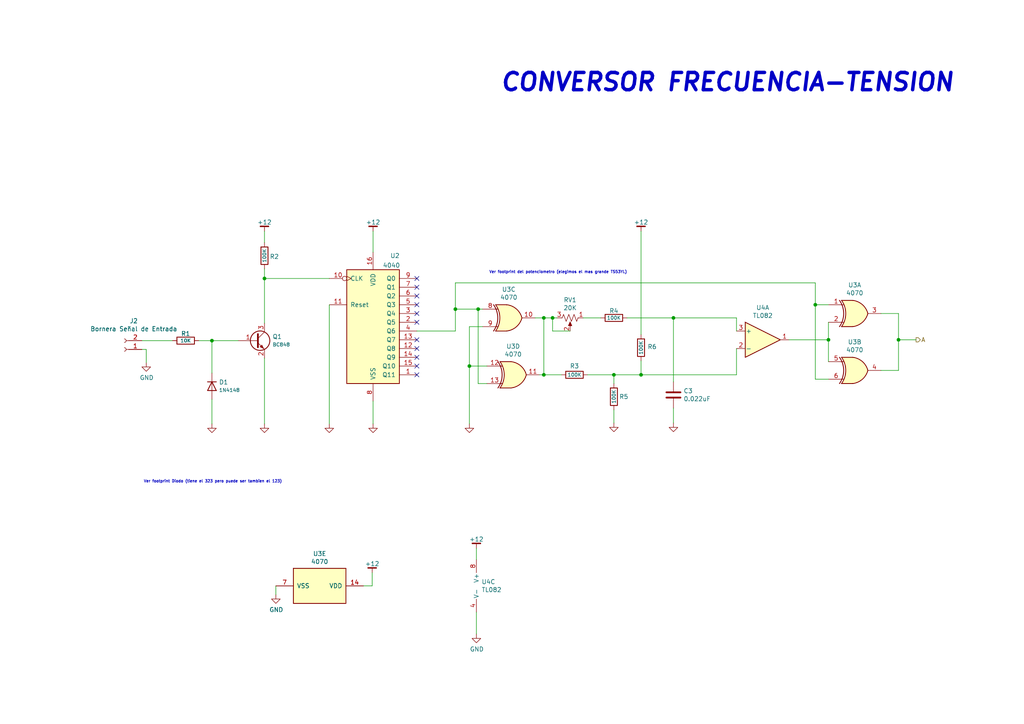
<source format=kicad_sch>
(kicad_sch (version 20210621) (generator eeschema)
  (paper "A4")
  (lib_symbols
    (symbol "4xxx:4040" (pin_names (offset 1.016))
      (property "Reference" "U" (at -7.62 16.51 0))
      (property "Value" "4xxx_4040" (at -7.62 -19.05 0))
      (symbol "4040_1_0"
        (pin output line (at 12.7 -15.24 180) (length 5.08) (name "Q11") (number "1"))
        (pin input inverted_clock (at -12.7 12.7 0) (length 5.08) (name "CLK") (number "10"))
        (pin input line (at -12.7 5.08 0) (length 5.08) (name "Reset") (number "11"))
        (pin output line (at 12.7 -7.62 180) (length 5.08) (name "Q8") (number "12"))
        (pin output line (at 12.7 -5.08 180) (length 5.08) (name "Q7") (number "13"))
        (pin output line (at 12.7 -10.16 180) (length 5.08) (name "Q9") (number "14"))
        (pin output line (at 12.7 -12.7 180) (length 5.08) (name "Q10") (number "15"))
        (pin power_in line (at 0 20.32 270) (length 5.08) (name "VDD") (number "16"))
        (pin output line (at 12.7 0 180) (length 5.08) (name "Q5") (number "2"))
        (pin output line (at 12.7 2.54 180) (length 5.08) (name "Q4") (number "3"))
        (pin output line (at 12.7 -2.54 180) (length 5.08) (name "Q6") (number "4"))
        (pin output line (at 12.7 5.08 180) (length 5.08) (name "Q3") (number "5"))
        (pin output line (at 12.7 7.62 180) (length 5.08) (name "Q2") (number "6"))
        (pin output line (at 12.7 10.16 180) (length 5.08) (name "Q1") (number "7"))
        (pin power_in line (at 0 -22.86 90) (length 5.08) (name "VSS") (number "8"))
        (pin output line (at 12.7 12.7 180) (length 5.08) (name "Q0") (number "9"))
      )
      (symbol "4040_1_1"
        (rectangle (start -7.62 15.24) (end 7.62 -17.78) (stroke (width 0.254)) (fill (type background)))
      )
    )
    (symbol "4xxx:4070" (pin_names (offset 1.016))
      (property "Reference" "U" (at 0 1.27 0))
      (property "Value" "4xxx_4070" (at 0 -1.27 0))
      (symbol "4070_1_0"
        (arc (start -4.4196 -3.81) (mid -3.2033 0) (end -4.4196 3.81) (stroke (width 0.254)))
        (arc (start -3.81 -3.81) (mid -2.589 0) (end -3.81 3.81) (stroke (width 0.254)))
        (arc (start -0.6096 -3.81) (mid 2.1855 -2.584) (end 3.81 0) (stroke (width 0.254)) (fill (type background)))
        (polyline (pts (xy -3.81 -3.81) (xy -0.635 -3.81)) (stroke (width 0.254)) (fill (type background)))
        (polyline (pts (xy -3.81 3.81) (xy -0.635 3.81)) (stroke (width 0.254)) (fill (type background)))
        (polyline (pts (xy -0.635 3.81) (xy -3.81 3.81) (xy -3.81 3.81) (xy -3.556 3.4036) (xy -3.0226 2.2606) (xy -2.6924 1.0414) (xy -2.6162 -0.254) (xy -2.7686 -1.4986) (xy -3.175 -2.7178) (xy -3.81 -3.81) (xy -3.81 -3.81) (xy -0.635 -3.81)) (stroke (width -25.4)) (fill (type background)))
        (arc (start 3.81 0) (mid 2.1928 2.5925) (end -0.6096 3.81) (stroke (width 0.254)) (fill (type background)))
        (pin input line (at -7.62 2.54 0) (length 4.445) (name "~") (number "1"))
        (pin input line (at -7.62 -2.54 0) (length 4.445) (name "~") (number "2"))
        (pin output line (at 7.62 0 180) (length 3.81) (name "~") (number "3"))
      )
      (symbol "4070_1_1"
        (polyline (pts (xy -3.81 -2.54) (xy -3.175 -2.54)) (stroke (width 0.1524)))
        (polyline (pts (xy -3.81 2.54) (xy -3.175 2.54)) (stroke (width 0.1524)))
      )
      (symbol "4070_2_0"
        (arc (start -4.4196 -3.81) (mid -3.2033 0) (end -4.4196 3.81) (stroke (width 0.254)))
        (arc (start -3.81 -3.81) (mid -2.589 0) (end -3.81 3.81) (stroke (width 0.254)))
        (arc (start -0.6096 -3.81) (mid 2.1855 -2.584) (end 3.81 0) (stroke (width 0.254)) (fill (type background)))
        (polyline (pts (xy -3.81 -3.81) (xy -0.635 -3.81)) (stroke (width 0.254)) (fill (type background)))
        (polyline (pts (xy -3.81 3.81) (xy -0.635 3.81)) (stroke (width 0.254)) (fill (type background)))
        (polyline (pts (xy -0.635 3.81) (xy -3.81 3.81) (xy -3.81 3.81) (xy -3.556 3.4036) (xy -3.0226 2.2606) (xy -2.6924 1.0414) (xy -2.6162 -0.254) (xy -2.7686 -1.4986) (xy -3.175 -2.7178) (xy -3.81 -3.81) (xy -3.81 -3.81) (xy -0.635 -3.81)) (stroke (width -25.4)) (fill (type background)))
        (arc (start 3.81 0) (mid 2.1928 2.5925) (end -0.6096 3.81) (stroke (width 0.254)) (fill (type background)))
        (pin output line (at 7.62 0 180) (length 3.81) (name "~") (number "4"))
        (pin input line (at -7.62 2.54 0) (length 4.445) (name "~") (number "5"))
        (pin input line (at -7.62 -2.54 0) (length 4.445) (name "~") (number "6"))
      )
      (symbol "4070_2_1"
        (polyline (pts (xy -3.81 -2.54) (xy -3.175 -2.54)) (stroke (width 0.1524)))
        (polyline (pts (xy -3.81 2.54) (xy -3.175 2.54)) (stroke (width 0.1524)))
      )
      (symbol "4070_3_0"
        (arc (start -4.4196 -3.81) (mid -3.2033 0) (end -4.4196 3.81) (stroke (width 0.254)))
        (arc (start -3.81 -3.81) (mid -2.589 0) (end -3.81 3.81) (stroke (width 0.254)))
        (arc (start -0.6096 -3.81) (mid 2.1855 -2.584) (end 3.81 0) (stroke (width 0.254)) (fill (type background)))
        (polyline (pts (xy -3.81 -3.81) (xy -0.635 -3.81)) (stroke (width 0.254)) (fill (type background)))
        (polyline (pts (xy -3.81 3.81) (xy -0.635 3.81)) (stroke (width 0.254)) (fill (type background)))
        (polyline (pts (xy -0.635 3.81) (xy -3.81 3.81) (xy -3.81 3.81) (xy -3.556 3.4036) (xy -3.0226 2.2606) (xy -2.6924 1.0414) (xy -2.6162 -0.254) (xy -2.7686 -1.4986) (xy -3.175 -2.7178) (xy -3.81 -3.81) (xy -3.81 -3.81) (xy -0.635 -3.81)) (stroke (width -25.4)) (fill (type background)))
        (arc (start 3.81 0) (mid 2.1928 2.5925) (end -0.6096 3.81) (stroke (width 0.254)) (fill (type background)))
        (pin output line (at 7.62 0 180) (length 3.81) (name "~") (number "10"))
        (pin input line (at -7.62 2.54 0) (length 4.445) (name "~") (number "8"))
        (pin input line (at -7.62 -2.54 0) (length 4.445) (name "~") (number "9"))
      )
      (symbol "4070_3_1"
        (polyline (pts (xy -3.81 -2.54) (xy -3.175 -2.54)) (stroke (width 0.1524)))
        (polyline (pts (xy -3.81 2.54) (xy -3.175 2.54)) (stroke (width 0.1524)))
      )
      (symbol "4070_4_0"
        (arc (start -4.4196 -3.81) (mid -3.2033 0) (end -4.4196 3.81) (stroke (width 0.254)))
        (arc (start -3.81 -3.81) (mid -2.589 0) (end -3.81 3.81) (stroke (width 0.254)))
        (arc (start -0.6096 -3.81) (mid 2.1855 -2.584) (end 3.81 0) (stroke (width 0.254)) (fill (type background)))
        (polyline (pts (xy -3.81 -3.81) (xy -0.635 -3.81)) (stroke (width 0.254)) (fill (type background)))
        (polyline (pts (xy -3.81 3.81) (xy -0.635 3.81)) (stroke (width 0.254)) (fill (type background)))
        (polyline (pts (xy -0.635 3.81) (xy -3.81 3.81) (xy -3.81 3.81) (xy -3.556 3.4036) (xy -3.0226 2.2606) (xy -2.6924 1.0414) (xy -2.6162 -0.254) (xy -2.7686 -1.4986) (xy -3.175 -2.7178) (xy -3.81 -3.81) (xy -3.81 -3.81) (xy -0.635 -3.81)) (stroke (width -25.4)) (fill (type background)))
        (arc (start 3.81 0) (mid 2.1928 2.5925) (end -0.6096 3.81) (stroke (width 0.254)) (fill (type background)))
        (pin output line (at 7.62 0 180) (length 3.81) (name "~") (number "11"))
        (pin input line (at -7.62 2.54 0) (length 4.445) (name "~") (number "12"))
        (pin input line (at -7.62 -2.54 0) (length 4.445) (name "~") (number "13"))
      )
      (symbol "4070_4_1"
        (polyline (pts (xy -3.81 -2.54) (xy -3.175 -2.54)) (stroke (width 0.1524)))
        (polyline (pts (xy -3.81 2.54) (xy -3.175 2.54)) (stroke (width 0.1524)))
      )
      (symbol "4070_5_0"
        (pin power_in line (at 0 12.7 270) (length 5.08) (name "VDD") (number "14"))
        (pin power_in line (at 0 -12.7 90) (length 5.08) (name "VSS") (number "7"))
      )
      (symbol "4070_5_1"
        (rectangle (start -5.08 7.62) (end 5.08 -7.62) (stroke (width 0.254)) (fill (type background)))
      )
    )
    (symbol "Amplifier_Operational:TL082" (pin_names (offset 0.127))
      (property "Reference" "U" (at 0 5.08 0))
      (property "Value" "Amplifier_Operational_TL082" (at 0 -5.08 0))
      (symbol "TL082_1_1"
        (polyline (pts (xy -5.08 5.08) (xy 5.08 0) (xy -5.08 -5.08) (xy -5.08 5.08)) (stroke (width 0.254)) (fill (type background)))
        (pin output line (at 7.62 0 180) (length 2.54) (name "~") (number "1"))
        (pin input line (at -7.62 -2.54 0) (length 2.54) (name "-") (number "2"))
        (pin input line (at -7.62 2.54 0) (length 2.54) (name "+") (number "3"))
      )
      (symbol "TL082_2_1"
        (polyline (pts (xy -5.08 5.08) (xy 5.08 0) (xy -5.08 -5.08) (xy -5.08 5.08)) (stroke (width 0.254)) (fill (type background)))
        (pin input line (at -7.62 2.54 0) (length 2.54) (name "+") (number "5"))
        (pin input line (at -7.62 -2.54 0) (length 2.54) (name "-") (number "6"))
        (pin output line (at 7.62 0 180) (length 2.54) (name "~") (number "7"))
      )
      (symbol "TL082_3_1"
        (pin power_in line (at -2.54 -7.62 90) (length 3.81) (name "V-") (number "4"))
        (pin power_in line (at -2.54 7.62 270) (length 3.81) (name "V+") (number "8"))
      )
    )
    (symbol "Connector:Conn_01x02_Female" (pin_names (offset 1.016) hide)
      (property "Reference" "J" (at 0 2.54 0))
      (property "Value" "Connector_Conn_01x02_Female" (at 0 -5.08 0))
      (symbol "Conn_01x02_Female_1_1"
        (arc (start 0 -2.032) (mid -0.508 -2.54) (end 0 -3.048) (stroke (width 0.1524)))
        (polyline (pts (xy -1.27 -2.54) (xy -0.508 -2.54)) (stroke (width 0.1524)))
        (polyline (pts (xy -1.27 0) (xy -0.508 0)) (stroke (width 0.1524)))
        (arc (start 0 0.508) (mid -0.508 0) (end 0 -0.508) (stroke (width 0.1524)))
        (pin passive line (at -5.08 0 0) (length 3.81) (name "Pin_1") (number "1"))
        (pin passive line (at -5.08 -2.54 0) (length 3.81) (name "Pin_2") (number "2"))
      )
    )
    (symbol "Device:C" (pin_numbers hide) (pin_names (offset 0.254))
      (property "Reference" "C" (at 0.635 2.54 0))
      (property "Value" "Device_C" (at 0.635 -2.54 0))
      (symbol "C_0_1"
        (polyline (pts (xy -2.032 -0.762) (xy 2.032 -0.762)) (stroke (width 0.508)))
        (polyline (pts (xy -2.032 0.762) (xy 2.032 0.762)) (stroke (width 0.508)))
      )
      (symbol "C_1_1"
        (pin passive line (at 0 3.81 270) (length 2.794) (name "~") (number "1"))
        (pin passive line (at 0 -3.81 90) (length 2.794) (name "~") (number "2"))
      )
    )
    (symbol "Device:R" (pin_numbers hide) (pin_names (offset 0))
      (property "Reference" "R" (at 2.032 0 90))
      (property "Value" "Device_R" (at 0 0 90))
      (symbol "R_0_1"
        (rectangle (start -1.016 -2.54) (end 1.016 2.54) (stroke (width 0.254)))
      )
      (symbol "R_1_1"
        (pin passive line (at 0 3.81 270) (length 1.27) (name "~") (number "1"))
        (pin passive line (at 0 -3.81 90) (length 1.27) (name "~") (number "2"))
      )
    )
    (symbol "Device:R_POT_US" (pin_names (offset 1.016) hide)
      (property "Reference" "RV" (at -4.445 0 90))
      (property "Value" "Device_R_POT_US" (at -2.54 0 90))
      (symbol "R_POT_US_0_1"
        (polyline (pts (xy 0 -2.286) (xy 0 -2.54)))
        (polyline (pts (xy 0 2.54) (xy 0 2.286)))
        (polyline (pts (xy 2.54 0) (xy 1.524 0)))
        (polyline (pts (xy 1.143 0) (xy 2.286 0.508) (xy 2.286 -0.508) (xy 1.143 0)) (fill (type outline)))
        (polyline (pts (xy 0 -0.762) (xy 1.016 -1.143) (xy 0 -1.524) (xy -1.016 -1.905) (xy 0 -2.286)))
        (polyline (pts (xy 0 0.762) (xy 1.016 0.381) (xy 0 0) (xy -1.016 -0.381) (xy 0 -0.762)))
        (polyline (pts (xy 0 2.286) (xy 1.016 1.905) (xy 0 1.524) (xy -1.016 1.143) (xy 0 0.762)))
      )
      (symbol "R_POT_US_1_1"
        (pin passive line (at 0 3.81 270) (length 1.27) (name "1") (number "1"))
        (pin passive line (at 3.81 0 180) (length 1.27) (name "2") (number "2"))
        (pin passive line (at 0 -3.81 90) (length 1.27) (name "3") (number "3"))
      )
    )
    (symbol "Diode:1N4148" (pin_numbers hide) (pin_names (offset 1.016) hide)
      (property "Reference" "D" (at 0 2.54 0))
      (property "Value" "Diode_1N4148" (at 0 -2.54 0))
      (symbol "1N4148_0_1"
        (polyline (pts (xy -1.27 1.27) (xy -1.27 -1.27)) (stroke (width 0.254)))
        (polyline (pts (xy 1.27 0) (xy -1.27 0)))
        (polyline (pts (xy 1.27 1.27) (xy 1.27 -1.27) (xy -1.27 0) (xy 1.27 1.27)) (stroke (width 0.254)))
      )
      (symbol "1N4148_1_1"
        (pin passive line (at -3.81 0 0) (length 2.54) (name "K") (number "1"))
        (pin passive line (at 3.81 0 180) (length 2.54) (name "A") (number "2"))
      )
    )
    (symbol "Transistor_BJT:BC848" (pin_names (offset 0) hide)
      (property "Reference" "Q" (at 5.08 1.905 0))
      (property "Value" "Transistor_BJT_BC848" (at 5.08 0 0))
      (symbol "BC848_0_1"
        (polyline (pts (xy 0.635 0.635) (xy 2.54 2.54)))
        (polyline (pts (xy 0.635 -0.635) (xy 2.54 -2.54) (xy 2.54 -2.54)))
        (polyline (pts (xy 0.635 1.905) (xy 0.635 -1.905) (xy 0.635 -1.905)) (stroke (width 0.508)))
        (polyline (pts (xy 1.27 -1.778) (xy 1.778 -1.27) (xy 2.286 -2.286) (xy 1.27 -1.778) (xy 1.27 -1.778)) (fill (type outline)))
        (circle (center 1.27 0) (radius 2.8194) (stroke (width 0.254)))
      )
      (symbol "BC848_1_1"
        (pin input line (at -5.08 0 0) (length 5.715) (name "B") (number "1"))
        (pin passive line (at 2.54 -5.08 90) (length 2.54) (name "E") (number "2"))
        (pin passive line (at 2.54 5.08 270) (length 2.54) (name "C") (number "3"))
      )
    )
    (symbol "power1:+12" (power) (pin_names (offset 0))
      (property "Value" "+12" (at 0 2.54 0))
      (symbol "+12_0_1"
        (polyline (pts (xy 0 0.762) (xy 0 0)))
        (polyline (pts (xy 0 1.27) (xy 0 0.762)))
        (polyline (pts (xy -1.27 1.524) (xy 1.27 1.524) (xy 1.27 1.27) (xy -1.27 1.27) (xy -1.27 1.524)) (fill (type outline)))
      )
      (symbol "+12_1_1"
        (pin power_in line (at 0 0 90) (length 0) hide (name "+12") (number "1"))
      )
    )
    (symbol "power:GND" (power) (pin_names (offset 0))
      (property "Value" "power_GND" (at 0 -3.81 0))
      (symbol "GND_0_1"
        (polyline (pts (xy 0 0) (xy 0 -1.27) (xy 1.27 -1.27) (xy 0 -2.54) (xy -1.27 -1.27) (xy 0 -1.27)))
      )
      (symbol "GND_1_1"
        (pin power_in line (at 0 0 270) (length 0) hide (name "GND") (number "1"))
      )
    )
  )
  (junction (at 76.708 80.772))
  (junction (at 195.326 92.202))
  (junction (at 236.474 88.392))
  (junction (at 157.734 92.202))
  (junction (at 61.468 98.806))
  (junction (at 240.284 98.552))
  (junction (at 138.684 89.662))
  (junction (at 157.734 108.712))
  (junction (at 160.274 92.202))
  (junction (at 185.928 108.712))
  (junction (at 136.144 106.172))
  (junction (at 260.604 98.552))
  (junction (at 132.08 89.662))
  (junction (at 178.054 108.712))
  (no_connect (at 120.904 108.712))
  (no_connect (at 120.904 106.172))
  (no_connect (at 120.904 90.932))
  (no_connect (at 120.904 93.472))
  (no_connect (at 120.904 101.092))
  (no_connect (at 120.904 88.392))
  (no_connect (at 120.904 83.312))
  (no_connect (at 120.904 80.772))
  (no_connect (at 120.904 98.552))
  (no_connect (at 120.904 85.852))
  (no_connect (at 120.904 103.632))
  (wire (pts (xy 236.474 82.042) (xy 236.474 88.392)))
  (wire (pts (xy 132.08 89.662) (xy 132.08 82.042)))
  (wire (pts (xy 132.08 82.042) (xy 236.474 82.042)))
  (wire (pts (xy 132.08 96.012) (xy 132.08 89.662)))
  (wire (pts (xy 169.164 92.202) (xy 174.244 92.202)))
  (wire (pts (xy 132.08 89.662) (xy 138.684 89.662)))
  (wire (pts (xy 76.708 80.772) (xy 76.708 93.726)))
  (wire (pts (xy 76.708 77.978) (xy 76.708 80.772)))
  (wire (pts (xy 136.144 94.742) (xy 136.144 106.172)))
  (wire (pts (xy 170.434 108.712) (xy 178.054 108.712)))
  (wire (pts (xy 260.604 98.552) (xy 260.604 107.442)))
  (wire (pts (xy 178.054 108.712) (xy 185.928 108.712)))
  (wire (pts (xy 185.928 108.712) (xy 213.614 108.712)))
  (wire (pts (xy 228.854 98.552) (xy 240.284 98.552)))
  (wire (pts (xy 185.928 104.648) (xy 185.928 108.712)))
  (wire (pts (xy 108.204 67.056) (xy 108.204 73.152)))
  (wire (pts (xy 195.326 92.202) (xy 213.614 92.202)))
  (wire (pts (xy 181.864 92.202) (xy 195.326 92.202)))
  (wire (pts (xy 213.614 101.092) (xy 213.614 108.712)))
  (wire (pts (xy 61.468 98.806) (xy 61.468 108.204)))
  (wire (pts (xy 107.95 169.926) (xy 107.95 166.116)))
  (wire (pts (xy 105.41 169.926) (xy 107.95 169.926)))
  (wire (pts (xy 138.684 89.662) (xy 139.954 89.662)))
  (wire (pts (xy 76.708 67.056) (xy 76.708 70.358)))
  (wire (pts (xy 41.148 98.806) (xy 50.038 98.806)))
  (wire (pts (xy 157.734 92.202) (xy 160.274 92.202)))
  (wire (pts (xy 138.684 89.662) (xy 138.684 111.252)))
  (wire (pts (xy 195.326 118.364) (xy 195.326 122.682)))
  (wire (pts (xy 80.01 172.466) (xy 80.01 169.926)))
  (wire (pts (xy 42.418 101.346) (xy 42.418 105.156)))
  (wire (pts (xy 95.504 88.392) (xy 95.504 122.936)))
  (wire (pts (xy 138.176 159.004) (xy 138.176 162.306)))
  (wire (pts (xy 260.604 90.932) (xy 260.604 98.552)))
  (wire (pts (xy 108.204 116.332) (xy 108.204 122.936)))
  (wire (pts (xy 165.354 96.012) (xy 160.274 96.012)))
  (wire (pts (xy 260.604 107.442) (xy 255.524 107.442)))
  (wire (pts (xy 236.474 109.982) (xy 240.284 109.982)))
  (wire (pts (xy 195.326 92.202) (xy 195.326 110.744)))
  (wire (pts (xy 41.148 101.346) (xy 42.418 101.346)))
  (wire (pts (xy 157.734 108.712) (xy 162.814 108.712)))
  (wire (pts (xy 61.468 115.824) (xy 61.468 122.936)))
  (wire (pts (xy 240.284 104.902) (xy 240.284 98.552)))
  (wire (pts (xy 57.658 98.806) (xy 61.468 98.806)))
  (wire (pts (xy 76.708 103.886) (xy 76.708 122.936)))
  (wire (pts (xy 138.684 111.252) (xy 141.224 111.252)))
  (wire (pts (xy 120.904 96.012) (xy 132.08 96.012)))
  (wire (pts (xy 240.284 88.392) (xy 236.474 88.392)))
  (wire (pts (xy 213.614 92.202) (xy 213.614 96.012)))
  (wire (pts (xy 157.734 92.202) (xy 157.734 108.712)))
  (wire (pts (xy 240.284 98.552) (xy 240.284 93.472)))
  (wire (pts (xy 155.194 92.202) (xy 157.734 92.202)))
  (wire (pts (xy 161.544 92.202) (xy 160.274 92.202)))
  (wire (pts (xy 265.684 98.552) (xy 260.604 98.552)))
  (wire (pts (xy 76.708 80.772) (xy 95.504 80.772)))
  (wire (pts (xy 69.088 98.806) (xy 61.468 98.806)))
  (wire (pts (xy 178.054 111.252) (xy 178.054 108.712)))
  (wire (pts (xy 136.144 94.742) (xy 139.954 94.742)))
  (wire (pts (xy 178.054 122.682) (xy 178.054 118.872)))
  (wire (pts (xy 160.274 96.012) (xy 160.274 92.202)))
  (wire (pts (xy 156.464 108.712) (xy 157.734 108.712)))
  (wire (pts (xy 141.224 106.172) (xy 136.144 106.172)))
  (wire (pts (xy 136.144 106.172) (xy 136.144 122.936)))
  (wire (pts (xy 185.928 67.056) (xy 185.928 97.028)))
  (wire (pts (xy 138.176 183.896) (xy 138.176 177.546)))
  (wire (pts (xy 255.524 90.932) (xy 260.604 90.932)))
  (wire (pts (xy 236.474 88.392) (xy 236.474 109.982)))
  (text "CONVERSOR FRECUENCIA-TENSION" (at 144.78 26.924 0) (effects (font (size 5 5) (thickness 1) bold italic) (justify left bottom)))
  (text "Ver footprint del potenciometro (elegimos el mas grande TS53YL)" (at 141.859 79.502 0) (effects (font (size 0.7874 0.7874)) (justify left bottom)))
  (text "Ver footprint Diodo (tiene el 323 pero puede ser tambien el 123)" (at 41.656 140.208 0) (effects (font (size 0.7874 0.7874)) (justify left bottom)))
  (hierarchical_label "A" (shape output) (at 265.684 98.552 0))
  (symbol (lib_id "Device:R") (at 76.708 74.168 0) (unit 1)
    (property "Reference" "R2" (at 78.232 74.422 0) (effects (justify left)))
    (property "Value" "100K" (at 76.708 76.2 90) (effects (font (size 1.016 1.016)) (justify left)))
    (property "Footprint" "Resistor_SMD:R_0603_1608Metric_Pad0.98x0.95mm_HandSolder" (effects hide))
  )
  (symbol (lib_id "Transistor_BJT:BC848") (at 74.168 98.806 0) (unit 1)
    (property "Reference" "Q1" (at 79.0194 97.6376 0) (effects (justify left)))
    (property "Value" "BC848" (at 79.0194 99.949 0) (effects (font (size 1.016 1.016)) (justify left)))
    (property "Footprint" "Package_TO_SOT_SMD:SOT-23" (effects hide))
    (property "Datasheet" "http://www.infineon.com/dgdl/Infineon-BC847SERIES_BC848SERIES_BC849SERIES_BC850SERIES-DS-v01_01-en.pdf?fileId=db3a304314dca389011541d4630a1657" (effects hide))
  )
  (symbol (lib_id "Diode:1N4148") (at 61.468 112.014 270) (unit 1)
    (property "Reference" "D1" (at 63.5 110.8456 90) (effects (justify left)))
    (property "Value" "1N4148" (at 63.5 113.157 90) (effects (font (size 1.016 1.016)) (justify left)))
    (property "Footprint" "Diode_SMD:D_SOD-323" (effects hide))
    (property "Datasheet" "https://www.diodes.com/assets/Datasheets/1N4148WSF.pdf" (effects hide))
  )
  (symbol (lib_id "Device:R") (at 53.848 98.806 270) (unit 1)
    (property "Reference" "R1" (at 53.848 96.774 90))
    (property "Value" "10K" (at 53.848 98.806 90) (effects (font (size 1.016 1.016))))
    (property "Footprint" "Resistor_SMD:R_0603_1608Metric_Pad0.98x0.95mm_HandSolder" (effects hide))
  )
  (symbol (lib_id "power:GND") (at 61.468 122.936 0) (unit 1)
    (property "Reference" "#PWR0101" (effects hide))
    (property "Value" "GND" (effects hide))
  )
  (symbol (lib_id "power:GND") (at 76.708 122.936 0) (unit 1)
    (property "Reference" "#PWR0102" (effects hide))
    (property "Value" "GND" (effects hide))
  )
  (symbol (lib_id "4xxx:4040") (at 108.204 93.472 0) (unit 1)
    (property "Reference" "U2" (at 114.554 74.168 0))
    (property "Value" "4040" (at 113.538 76.962 0))
    (property "Footprint" "Package_SO:SOIC-16_3.9x9.9mm_P1.27mm" (effects hide))
    (property "Datasheet" "https://www.digikey.com/es/products/detail/texas-instruments/CD4040BM/1691010" (effects hide))
  )
  (symbol (lib_id "power:GND") (at 95.504 122.936 0) (unit 1)
    (property "Reference" "#PWR0103" (effects hide))
    (property "Value" "GND" (effects hide))
  )
  (symbol (lib_id "power:GND") (at 108.204 122.936 0) (unit 1)
    (property "Reference" "#PWR0104" (effects hide))
    (property "Value" "GND" (effects hide))
  )
  (symbol (lib_id "4xxx:4070") (at 247.904 90.932 0) (unit 1)
    (property "Reference" "U3" (at 247.904 82.677 0))
    (property "Value" "4070" (at 247.904 84.9884 0))
    (property "Footprint" "Package_SO:SOIC-14_3.9x8.7mm_P1.27mm" (effects hide))
    (property "Datasheet" "https://www.digikey.com/es/products/detail/texas-instruments/CD4070BMT/1691302" (effects hide))
  )
  (symbol (lib_id "4xxx:4070") (at 247.904 107.442 0) (unit 2)
    (property "Reference" "U3" (at 247.904 99.187 0))
    (property "Value" "4070" (at 247.904 101.4984 0))
    (property "Footprint" "Package_SO:SOIC-14_3.9x8.7mm_P1.27mm" (effects hide))
    (property "Datasheet" "https://www.digikey.com/es/products/detail/texas-instruments/CD4070BMT/1691302" (effects hide))
  )
  (symbol (lib_id "4xxx:4070") (at 147.574 92.202 0) (unit 3)
    (property "Reference" "U3" (at 147.574 83.947 0))
    (property "Value" "4070" (at 147.574 86.2584 0))
    (property "Footprint" "Package_SO:SOIC-14_3.9x8.7mm_P1.27mm" (effects hide))
    (property "Datasheet" "https://www.digikey.com/es/products/detail/texas-instruments/CD4070BMT/1691302" (effects hide))
  )
  (symbol (lib_id "4xxx:4070") (at 92.71 169.926 270) (unit 5)
    (property "Reference" "U3" (at 92.71 160.6042 90))
    (property "Value" "4070" (at 92.71 162.9156 90))
    (property "Footprint" "Package_SO:SOIC-14_3.9x8.7mm_P1.27mm" (effects hide))
    (property "Datasheet" "https://www.digikey.com/es/products/detail/texas-instruments/CD4070BMT/1691302" (effects hide))
  )
  (symbol (lib_id "Device:R") (at 166.624 108.712 270) (unit 1)
    (property "Reference" "R3" (at 166.624 106.172 90))
    (property "Value" "100K" (at 166.624 108.712 90) (effects (font (size 1.016 1.016))))
    (property "Footprint" "Resistor_SMD:R_0603_1608Metric_Pad0.98x0.95mm_HandSolder" (effects hide))
  )
  (symbol (lib_id "Device:R") (at 178.054 115.062 180) (unit 1)
    (property "Reference" "R5" (at 179.578 115.062 0) (effects (justify right)))
    (property "Value" "100K" (at 178.054 117.094 90) (effects (font (size 1.016 1.016)) (justify right)))
    (property "Footprint" "Resistor_SMD:R_0603_1608Metric_Pad0.98x0.95mm_HandSolder" (effects hide))
  )
  (symbol (lib_id "Device:R") (at 185.928 100.838 180) (unit 1)
    (property "Reference" "R6" (at 190.5 100.584 0) (effects (justify left)))
    (property "Value" "100K" (at 185.928 98.806 90) (effects (font (size 1.016 1.016)) (justify left)))
    (property "Footprint" "Resistor_SMD:R_0603_1608Metric_Pad0.98x0.95mm_HandSolder" (effects hide))
  )
  (symbol (lib_id "Device:R") (at 178.054 92.202 270) (unit 1)
    (property "Reference" "R4" (at 178.054 90.17 90))
    (property "Value" "100K" (at 178.054 92.202 90) (effects (font (size 1.016 1.016))))
    (property "Footprint" "Resistor_SMD:R_0603_1608Metric_Pad0.98x0.95mm_HandSolder" (effects hide))
  )
  (symbol (lib_id "Amplifier_Operational:TL082") (at 221.234 98.552 0) (unit 1)
    (property "Reference" "U4" (at 221.234 89.2302 0))
    (property "Value" "TL082" (at 221.234 91.5416 0))
    (property "Footprint" "Package_SO:SOIC-8-1EP_3.9x4.9mm_P1.27mm_EP2.29x3mm" (effects hide))
    (property "Datasheet" "http://www.ti.com/lit/ds/symlink/tl081.pdf" (effects hide))
  )
  (symbol (lib_id "Connector:Conn_01x02_Female") (at 36.068 101.346 180) (unit 1)
    (property "Reference" "J2" (at 38.8112 93.091 0))
    (property "Value" "Bornera Señal de Entrada" (at 38.8112 95.4024 0))
  )
  (symbol (lib_id "power:GND") (at 136.144 122.936 0) (unit 1)
    (property "Reference" "#PWR0105" (effects hide))
    (property "Value" "GND" (effects hide))
  )
  (symbol (lib_id "Device:R_POT_US") (at 165.354 92.202 270) (unit 1)
    (property "Reference" "RV1" (at 165.354 86.995 90))
    (property "Value" "20K" (at 165.354 89.3064 90))
    (property "Footprint" "Potentiometer_SMD:Potentiometer_Vishay_TS53YL_Vertical" (effects hide))
    (property "Datasheet" "https://www.vishay.com/docs/51008/ts53.pdf" (effects hide))
  )
  (symbol (lib_id "Device:C") (at 195.326 114.554 0) (unit 1)
    (property "Reference" "C3" (at 198.247 113.3856 0) (effects (justify left)))
    (property "Value" "0.022uF" (at 198.247 115.697 0) (effects (justify left)))
    (property "Footprint" "Capacitor_SMD:C_0603_1608Metric_Pad1.08x0.95mm_HandSolder" (effects hide))
  )
  (symbol (lib_id "4xxx:4070") (at 148.844 108.712 0) (unit 4)
    (property "Reference" "U3" (at 148.844 100.457 0))
    (property "Value" "4070" (at 148.844 102.7684 0))
    (property "Footprint" "Package_SO:SOIC-14_3.9x8.7mm_P1.27mm" (effects hide))
    (property "Datasheet" "https://www.digikey.com/es/products/detail/texas-instruments/CD4070BMT/1691302" (effects hide))
  )
  (symbol (lib_id "power:GND") (at 178.054 122.682 0) (unit 1)
    (property "Reference" "#PWR0107" (effects hide))
    (property "Value" "GND" (effects hide))
  )
  (symbol (lib_id "Amplifier_Operational:TL082") (at 140.716 169.926 0) (unit 3)
    (property "Reference" "U4" (at 139.6492 168.7576 0) (effects (justify left)))
    (property "Value" "TL082" (at 139.6492 171.069 0) (effects (justify left)))
    (property "Footprint" "Package_SO:SOIC-8-1EP_3.9x4.9mm_P1.27mm_EP2.29x3mm" (effects hide))
    (property "Datasheet" "http://www.ti.com/lit/ds/symlink/tl081.pdf" (effects hide))
  )
  (symbol (lib_id "power:GND") (at 138.176 183.896 0) (unit 1)
    (property "Reference" "#PWR0109" (effects hide))
    (property "Value" "GND" (at 138.303 188.2902 0))
  )
  (symbol (lib_id "power:GND") (at 80.01 172.466 0) (unit 1)
    (property "Reference" "#PWR0110" (effects hide))
    (property "Value" "GND" (at 80.137 176.8602 0))
  )
  (symbol (lib_id "power:GND") (at 42.418 105.156 0) (unit 1)
    (property "Reference" "#PWR0111" (effects hide))
    (property "Value" "GND" (at 42.545 109.5502 0))
  )
  (symbol (lib_id "power1:+12") (at 108.204 67.056 0) (unit 1)
    (property "Reference" "#PWR?" (effects hide))
    (property "Value" "+12" (at 108.204 64.4675 0))
  )
  (symbol (lib_id "power1:+12") (at 138.176 159.004 0) (unit 1)
    (property "Reference" "#PWR?" (effects hide))
    (property "Value" "+12" (at 138.176 156.4155 0))
  )
  (symbol (lib_id "power1:+12") (at 107.95 166.116 0) (unit 1)
    (property "Reference" "#PWR?" (effects hide))
    (property "Value" "+12" (at 107.95 163.5275 0))
  )
  (symbol (lib_id "power1:+12") (at 185.928 67.056 0) (unit 1)
    (property "Reference" "#PWR?" (effects hide))
    (property "Value" "+12" (at 185.928 64.4675 0))
  )
  (symbol (lib_id "power:GND") (at 195.326 122.682 0) (unit 1)
    (property "Reference" "#PWR?" (effects hide))
    (property "Value" "GND" (effects hide))
  )
  (symbol (lib_id "power1:+12") (at 76.708 67.056 0) (unit 1)
    (property "Reference" "#PWR?" (effects hide))
    (property "Value" "+12" (at 76.708 64.4675 0))
  )
)
</source>
